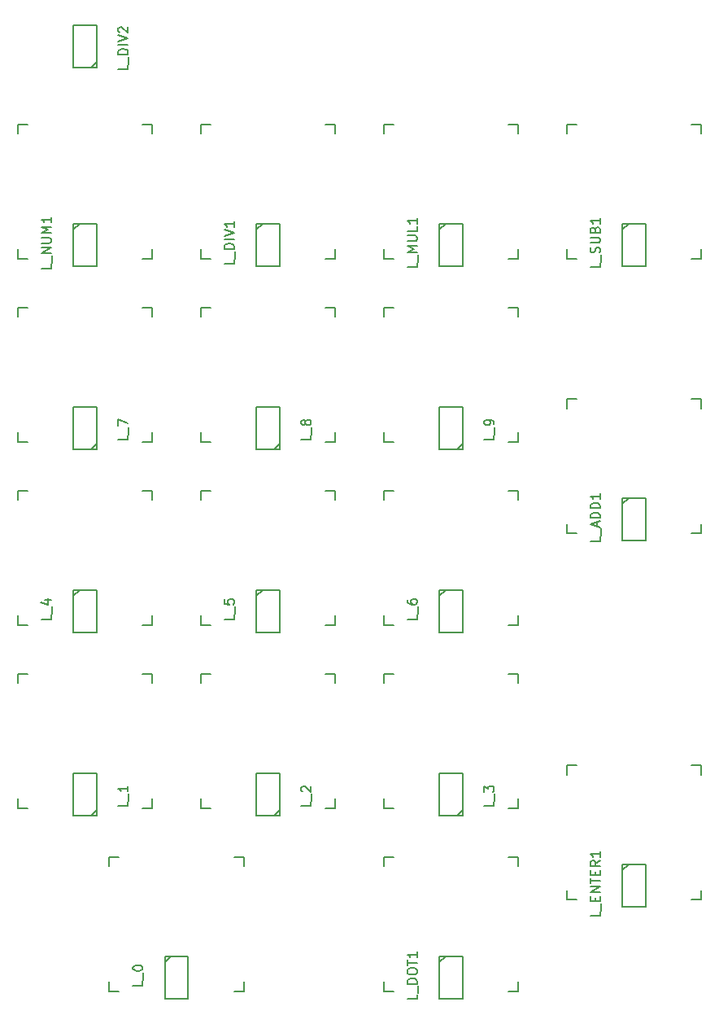
<source format=gto>
G04 #@! TF.GenerationSoftware,KiCad,Pcbnew,(5.1.10)-1*
G04 #@! TF.CreationDate,2023-01-23T12:40:00+01:00*
G04 #@! TF.ProjectId,numpad,6e756d70-6164-42e6-9b69-6361645f7063,rev?*
G04 #@! TF.SameCoordinates,Original*
G04 #@! TF.FileFunction,Legend,Top*
G04 #@! TF.FilePolarity,Positive*
%FSLAX46Y46*%
G04 Gerber Fmt 4.6, Leading zero omitted, Abs format (unit mm)*
G04 Created by KiCad (PCBNEW (5.1.10)-1) date 2023-01-23 12:40:00*
%MOMM*%
%LPD*%
G01*
G04 APERTURE LIST*
%ADD10C,0.150000*%
%ADD11C,1.701800*%
%ADD12C,3.987800*%
%ADD13C,3.000000*%
%ADD14R,1.800000X1.200000*%
%ADD15O,1.600000X1.600000*%
%ADD16R,1.600000X1.600000*%
%ADD17O,1.700000X1.700000*%
%ADD18R,1.700000X1.700000*%
G04 APERTURE END LIST*
D10*
X120793750Y-117825000D02*
X120793750Y-116825000D01*
X120793750Y-130825000D02*
X121793750Y-130825000D01*
X121793750Y-116825000D02*
X120793750Y-116825000D01*
X120793750Y-130825000D02*
X120793750Y-129825000D01*
X134793750Y-129825000D02*
X134793750Y-130825000D01*
X134793750Y-116825000D02*
X133793750Y-116825000D01*
X133793750Y-130825000D02*
X134793750Y-130825000D01*
X134793750Y-116825000D02*
X134793750Y-117825000D01*
X120793750Y-79725000D02*
X120793750Y-78725000D01*
X120793750Y-92725000D02*
X121793750Y-92725000D01*
X121793750Y-78725000D02*
X120793750Y-78725000D01*
X120793750Y-92725000D02*
X120793750Y-91725000D01*
X134793750Y-91725000D02*
X134793750Y-92725000D01*
X134793750Y-78725000D02*
X133793750Y-78725000D01*
X133793750Y-92725000D02*
X134793750Y-92725000D01*
X134793750Y-78725000D02*
X134793750Y-79725000D01*
X88493750Y-34743750D02*
X90893750Y-34743750D01*
X88493750Y-30343750D02*
X90893750Y-30343750D01*
X90893750Y-34343750D02*
X90893750Y-34743750D01*
X88493750Y-34743750D02*
X88493750Y-30343750D01*
X90893750Y-30343750D02*
X90893750Y-34343750D01*
X90293750Y-34743750D02*
X90893750Y-34143750D01*
X92218750Y-117825000D02*
X92218750Y-116825000D01*
X92218750Y-130825000D02*
X93218750Y-130825000D01*
X93218750Y-116825000D02*
X92218750Y-116825000D01*
X92218750Y-130825000D02*
X92218750Y-129825000D01*
X106218750Y-129825000D02*
X106218750Y-130825000D01*
X106218750Y-116825000D02*
X105218750Y-116825000D01*
X105218750Y-130825000D02*
X106218750Y-130825000D01*
X106218750Y-116825000D02*
X106218750Y-117825000D01*
X139843750Y-108300000D02*
X139843750Y-107300000D01*
X139843750Y-121300000D02*
X140843750Y-121300000D01*
X140843750Y-107300000D02*
X139843750Y-107300000D01*
X139843750Y-121300000D02*
X139843750Y-120300000D01*
X153843750Y-120300000D02*
X153843750Y-121300000D01*
X153843750Y-107300000D02*
X152843750Y-107300000D01*
X152843750Y-121300000D02*
X153843750Y-121300000D01*
X153843750Y-107300000D02*
X153843750Y-108300000D01*
X139843750Y-70200000D02*
X139843750Y-69200000D01*
X139843750Y-83200000D02*
X140843750Y-83200000D01*
X140843750Y-69200000D02*
X139843750Y-69200000D01*
X139843750Y-83200000D02*
X139843750Y-82200000D01*
X153843750Y-82200000D02*
X153843750Y-83200000D01*
X153843750Y-69200000D02*
X152843750Y-69200000D01*
X152843750Y-83200000D02*
X153843750Y-83200000D01*
X153843750Y-69200000D02*
X153843750Y-70200000D01*
X82693750Y-41625000D02*
X82693750Y-40625000D01*
X82693750Y-54625000D02*
X83693750Y-54625000D01*
X83693750Y-40625000D02*
X82693750Y-40625000D01*
X82693750Y-54625000D02*
X82693750Y-53625000D01*
X96693750Y-53625000D02*
X96693750Y-54625000D01*
X96693750Y-40625000D02*
X95693750Y-40625000D01*
X95693750Y-54625000D02*
X96693750Y-54625000D01*
X96693750Y-40625000D02*
X96693750Y-41625000D01*
X90893750Y-50981250D02*
X88493750Y-50981250D01*
X90893750Y-55381250D02*
X88493750Y-55381250D01*
X88493750Y-51381250D02*
X88493750Y-50981250D01*
X90893750Y-50981250D02*
X90893750Y-55381250D01*
X88493750Y-55381250D02*
X88493750Y-51381250D01*
X89093750Y-50981250D02*
X88493750Y-51581250D01*
X82693750Y-60675000D02*
X82693750Y-59675000D01*
X82693750Y-73675000D02*
X83693750Y-73675000D01*
X83693750Y-59675000D02*
X82693750Y-59675000D01*
X82693750Y-73675000D02*
X82693750Y-72675000D01*
X96693750Y-72675000D02*
X96693750Y-73675000D01*
X96693750Y-59675000D02*
X95693750Y-59675000D01*
X95693750Y-73675000D02*
X96693750Y-73675000D01*
X96693750Y-59675000D02*
X96693750Y-60675000D01*
X148043750Y-50981250D02*
X145643750Y-50981250D01*
X148043750Y-55381250D02*
X145643750Y-55381250D01*
X145643750Y-51381250D02*
X145643750Y-50981250D01*
X148043750Y-50981250D02*
X148043750Y-55381250D01*
X145643750Y-55381250D02*
X145643750Y-51381250D01*
X146243750Y-50981250D02*
X145643750Y-51581250D01*
X128993750Y-50981250D02*
X126593750Y-50981250D01*
X128993750Y-55381250D02*
X126593750Y-55381250D01*
X126593750Y-51381250D02*
X126593750Y-50981250D01*
X128993750Y-50981250D02*
X128993750Y-55381250D01*
X126593750Y-55381250D02*
X126593750Y-51381250D01*
X127193750Y-50981250D02*
X126593750Y-51581250D01*
X148043750Y-117656250D02*
X145643750Y-117656250D01*
X148043750Y-122056250D02*
X145643750Y-122056250D01*
X145643750Y-118056250D02*
X145643750Y-117656250D01*
X148043750Y-117656250D02*
X148043750Y-122056250D01*
X145643750Y-122056250D02*
X145643750Y-118056250D01*
X146243750Y-117656250D02*
X145643750Y-118256250D01*
X128993750Y-127181250D02*
X126593750Y-127181250D01*
X128993750Y-131581250D02*
X126593750Y-131581250D01*
X126593750Y-127581250D02*
X126593750Y-127181250D01*
X128993750Y-127181250D02*
X128993750Y-131581250D01*
X126593750Y-131581250D02*
X126593750Y-127581250D01*
X127193750Y-127181250D02*
X126593750Y-127781250D01*
X109943750Y-50981250D02*
X107543750Y-50981250D01*
X109943750Y-55381250D02*
X107543750Y-55381250D01*
X107543750Y-51381250D02*
X107543750Y-50981250D01*
X109943750Y-50981250D02*
X109943750Y-55381250D01*
X107543750Y-55381250D02*
X107543750Y-51381250D01*
X108143750Y-50981250D02*
X107543750Y-51581250D01*
X148043750Y-79556250D02*
X145643750Y-79556250D01*
X148043750Y-83956250D02*
X145643750Y-83956250D01*
X145643750Y-79956250D02*
X145643750Y-79556250D01*
X148043750Y-79556250D02*
X148043750Y-83956250D01*
X145643750Y-83956250D02*
X145643750Y-79956250D01*
X146243750Y-79556250D02*
X145643750Y-80156250D01*
X126593750Y-74431250D02*
X128993750Y-74431250D01*
X126593750Y-70031250D02*
X128993750Y-70031250D01*
X128993750Y-74031250D02*
X128993750Y-74431250D01*
X126593750Y-74431250D02*
X126593750Y-70031250D01*
X128993750Y-70031250D02*
X128993750Y-74031250D01*
X128393750Y-74431250D02*
X128993750Y-73831250D01*
X107543750Y-74431250D02*
X109943750Y-74431250D01*
X107543750Y-70031250D02*
X109943750Y-70031250D01*
X109943750Y-74031250D02*
X109943750Y-74431250D01*
X107543750Y-74431250D02*
X107543750Y-70031250D01*
X109943750Y-70031250D02*
X109943750Y-74031250D01*
X109343750Y-74431250D02*
X109943750Y-73831250D01*
X88493750Y-74431250D02*
X90893750Y-74431250D01*
X88493750Y-70031250D02*
X90893750Y-70031250D01*
X90893750Y-74031250D02*
X90893750Y-74431250D01*
X88493750Y-74431250D02*
X88493750Y-70031250D01*
X90893750Y-70031250D02*
X90893750Y-74031250D01*
X90293750Y-74431250D02*
X90893750Y-73831250D01*
X128993750Y-89081250D02*
X126593750Y-89081250D01*
X128993750Y-93481250D02*
X126593750Y-93481250D01*
X126593750Y-89481250D02*
X126593750Y-89081250D01*
X128993750Y-89081250D02*
X128993750Y-93481250D01*
X126593750Y-93481250D02*
X126593750Y-89481250D01*
X127193750Y-89081250D02*
X126593750Y-89681250D01*
X109943750Y-89081250D02*
X107543750Y-89081250D01*
X109943750Y-93481250D02*
X107543750Y-93481250D01*
X107543750Y-89481250D02*
X107543750Y-89081250D01*
X109943750Y-89081250D02*
X109943750Y-93481250D01*
X107543750Y-93481250D02*
X107543750Y-89481250D01*
X108143750Y-89081250D02*
X107543750Y-89681250D01*
X90893750Y-89081250D02*
X88493750Y-89081250D01*
X90893750Y-93481250D02*
X88493750Y-93481250D01*
X88493750Y-89481250D02*
X88493750Y-89081250D01*
X90893750Y-89081250D02*
X90893750Y-93481250D01*
X88493750Y-93481250D02*
X88493750Y-89481250D01*
X89093750Y-89081250D02*
X88493750Y-89681250D01*
X126593750Y-112531250D02*
X128993750Y-112531250D01*
X126593750Y-108131250D02*
X128993750Y-108131250D01*
X128993750Y-112131250D02*
X128993750Y-112531250D01*
X126593750Y-112531250D02*
X126593750Y-108131250D01*
X128993750Y-108131250D02*
X128993750Y-112131250D01*
X128393750Y-112531250D02*
X128993750Y-111931250D01*
X107543750Y-112531250D02*
X109943750Y-112531250D01*
X107543750Y-108131250D02*
X109943750Y-108131250D01*
X109943750Y-112131250D02*
X109943750Y-112531250D01*
X107543750Y-112531250D02*
X107543750Y-108131250D01*
X109943750Y-108131250D02*
X109943750Y-112131250D01*
X109343750Y-112531250D02*
X109943750Y-111931250D01*
X88493750Y-112531250D02*
X90893750Y-112531250D01*
X88493750Y-108131250D02*
X90893750Y-108131250D01*
X90893750Y-112131250D02*
X90893750Y-112531250D01*
X88493750Y-112531250D02*
X88493750Y-108131250D01*
X90893750Y-108131250D02*
X90893750Y-112131250D01*
X90293750Y-112531250D02*
X90893750Y-111931250D01*
X100418750Y-127181250D02*
X98018750Y-127181250D01*
X100418750Y-131581250D02*
X98018750Y-131581250D01*
X98018750Y-127581250D02*
X98018750Y-127181250D01*
X100418750Y-127181250D02*
X100418750Y-131581250D01*
X98018750Y-131581250D02*
X98018750Y-127581250D01*
X98618750Y-127181250D02*
X98018750Y-127781250D01*
X139843750Y-41625000D02*
X139843750Y-40625000D01*
X139843750Y-54625000D02*
X140843750Y-54625000D01*
X140843750Y-40625000D02*
X139843750Y-40625000D01*
X139843750Y-54625000D02*
X139843750Y-53625000D01*
X153843750Y-53625000D02*
X153843750Y-54625000D01*
X153843750Y-40625000D02*
X152843750Y-40625000D01*
X152843750Y-54625000D02*
X153843750Y-54625000D01*
X153843750Y-40625000D02*
X153843750Y-41625000D01*
X120793750Y-41625000D02*
X120793750Y-40625000D01*
X120793750Y-54625000D02*
X121793750Y-54625000D01*
X121793750Y-40625000D02*
X120793750Y-40625000D01*
X120793750Y-54625000D02*
X120793750Y-53625000D01*
X134793750Y-53625000D02*
X134793750Y-54625000D01*
X134793750Y-40625000D02*
X133793750Y-40625000D01*
X133793750Y-54625000D02*
X134793750Y-54625000D01*
X134793750Y-40625000D02*
X134793750Y-41625000D01*
X101743750Y-41625000D02*
X101743750Y-40625000D01*
X101743750Y-54625000D02*
X102743750Y-54625000D01*
X102743750Y-40625000D02*
X101743750Y-40625000D01*
X101743750Y-54625000D02*
X101743750Y-53625000D01*
X115743750Y-53625000D02*
X115743750Y-54625000D01*
X115743750Y-40625000D02*
X114743750Y-40625000D01*
X114743750Y-54625000D02*
X115743750Y-54625000D01*
X115743750Y-40625000D02*
X115743750Y-41625000D01*
X120793750Y-60675000D02*
X120793750Y-59675000D01*
X120793750Y-73675000D02*
X121793750Y-73675000D01*
X121793750Y-59675000D02*
X120793750Y-59675000D01*
X120793750Y-73675000D02*
X120793750Y-72675000D01*
X134793750Y-72675000D02*
X134793750Y-73675000D01*
X134793750Y-59675000D02*
X133793750Y-59675000D01*
X133793750Y-73675000D02*
X134793750Y-73675000D01*
X134793750Y-59675000D02*
X134793750Y-60675000D01*
X101743750Y-60675000D02*
X101743750Y-59675000D01*
X101743750Y-73675000D02*
X102743750Y-73675000D01*
X102743750Y-59675000D02*
X101743750Y-59675000D01*
X101743750Y-73675000D02*
X101743750Y-72675000D01*
X115743750Y-72675000D02*
X115743750Y-73675000D01*
X115743750Y-59675000D02*
X114743750Y-59675000D01*
X114743750Y-73675000D02*
X115743750Y-73675000D01*
X115743750Y-59675000D02*
X115743750Y-60675000D01*
X101743750Y-79725000D02*
X101743750Y-78725000D01*
X101743750Y-92725000D02*
X102743750Y-92725000D01*
X102743750Y-78725000D02*
X101743750Y-78725000D01*
X101743750Y-92725000D02*
X101743750Y-91725000D01*
X115743750Y-91725000D02*
X115743750Y-92725000D01*
X115743750Y-78725000D02*
X114743750Y-78725000D01*
X114743750Y-92725000D02*
X115743750Y-92725000D01*
X115743750Y-78725000D02*
X115743750Y-79725000D01*
X82693750Y-79725000D02*
X82693750Y-78725000D01*
X82693750Y-92725000D02*
X83693750Y-92725000D01*
X83693750Y-78725000D02*
X82693750Y-78725000D01*
X82693750Y-92725000D02*
X82693750Y-91725000D01*
X96693750Y-91725000D02*
X96693750Y-92725000D01*
X96693750Y-78725000D02*
X95693750Y-78725000D01*
X95693750Y-92725000D02*
X96693750Y-92725000D01*
X96693750Y-78725000D02*
X96693750Y-79725000D01*
X120793750Y-98775000D02*
X120793750Y-97775000D01*
X120793750Y-111775000D02*
X121793750Y-111775000D01*
X121793750Y-97775000D02*
X120793750Y-97775000D01*
X120793750Y-111775000D02*
X120793750Y-110775000D01*
X134793750Y-110775000D02*
X134793750Y-111775000D01*
X134793750Y-97775000D02*
X133793750Y-97775000D01*
X133793750Y-111775000D02*
X134793750Y-111775000D01*
X134793750Y-97775000D02*
X134793750Y-98775000D01*
X101743750Y-98775000D02*
X101743750Y-97775000D01*
X101743750Y-111775000D02*
X102743750Y-111775000D01*
X102743750Y-97775000D02*
X101743750Y-97775000D01*
X101743750Y-111775000D02*
X101743750Y-110775000D01*
X115743750Y-110775000D02*
X115743750Y-111775000D01*
X115743750Y-97775000D02*
X114743750Y-97775000D01*
X114743750Y-111775000D02*
X115743750Y-111775000D01*
X115743750Y-97775000D02*
X115743750Y-98775000D01*
X82693750Y-98775000D02*
X82693750Y-97775000D01*
X82693750Y-111775000D02*
X83693750Y-111775000D01*
X83693750Y-97775000D02*
X82693750Y-97775000D01*
X82693750Y-111775000D02*
X82693750Y-110775000D01*
X96693750Y-110775000D02*
X96693750Y-111775000D01*
X96693750Y-97775000D02*
X95693750Y-97775000D01*
X95693750Y-111775000D02*
X96693750Y-111775000D01*
X96693750Y-97775000D02*
X96693750Y-98775000D01*
X94146130Y-34458035D02*
X94146130Y-34934226D01*
X93146130Y-34934226D01*
X94241369Y-34362797D02*
X94241369Y-33600892D01*
X94146130Y-33362797D02*
X93146130Y-33362797D01*
X93146130Y-33124702D01*
X93193750Y-32981845D01*
X93288988Y-32886607D01*
X93384226Y-32838988D01*
X93574702Y-32791369D01*
X93717559Y-32791369D01*
X93908035Y-32838988D01*
X94003273Y-32886607D01*
X94098511Y-32981845D01*
X94146130Y-33124702D01*
X94146130Y-33362797D01*
X94146130Y-32362797D02*
X93146130Y-32362797D01*
X93146130Y-32029464D02*
X94146130Y-31696130D01*
X93146130Y-31362797D01*
X93241369Y-31077083D02*
X93193750Y-31029464D01*
X93146130Y-30934226D01*
X93146130Y-30696130D01*
X93193750Y-30600892D01*
X93241369Y-30553273D01*
X93336607Y-30505654D01*
X93431845Y-30505654D01*
X93574702Y-30553273D01*
X94146130Y-31124702D01*
X94146130Y-30505654D01*
X86146130Y-55147916D02*
X86146130Y-55624107D01*
X85146130Y-55624107D01*
X86241369Y-55052678D02*
X86241369Y-54290773D01*
X86146130Y-54052678D02*
X85146130Y-54052678D01*
X86146130Y-53481250D01*
X85146130Y-53481250D01*
X85146130Y-53005059D02*
X85955654Y-53005059D01*
X86050892Y-52957440D01*
X86098511Y-52909821D01*
X86146130Y-52814583D01*
X86146130Y-52624107D01*
X86098511Y-52528869D01*
X86050892Y-52481250D01*
X85955654Y-52433630D01*
X85146130Y-52433630D01*
X86146130Y-51957440D02*
X85146130Y-51957440D01*
X85860416Y-51624107D01*
X85146130Y-51290773D01*
X86146130Y-51290773D01*
X86146130Y-50290773D02*
X86146130Y-50862202D01*
X86146130Y-50576488D02*
X85146130Y-50576488D01*
X85288988Y-50671726D01*
X85384226Y-50766964D01*
X85431845Y-50862202D01*
X143296130Y-55028869D02*
X143296130Y-55505059D01*
X142296130Y-55505059D01*
X143391369Y-54933630D02*
X143391369Y-54171726D01*
X143248511Y-53981250D02*
X143296130Y-53838392D01*
X143296130Y-53600297D01*
X143248511Y-53505059D01*
X143200892Y-53457440D01*
X143105654Y-53409821D01*
X143010416Y-53409821D01*
X142915178Y-53457440D01*
X142867559Y-53505059D01*
X142819940Y-53600297D01*
X142772321Y-53790773D01*
X142724702Y-53886011D01*
X142677083Y-53933630D01*
X142581845Y-53981250D01*
X142486607Y-53981250D01*
X142391369Y-53933630D01*
X142343750Y-53886011D01*
X142296130Y-53790773D01*
X142296130Y-53552678D01*
X142343750Y-53409821D01*
X142296130Y-52981250D02*
X143105654Y-52981250D01*
X143200892Y-52933630D01*
X143248511Y-52886011D01*
X143296130Y-52790773D01*
X143296130Y-52600297D01*
X143248511Y-52505059D01*
X143200892Y-52457440D01*
X143105654Y-52409821D01*
X142296130Y-52409821D01*
X142772321Y-51600297D02*
X142819940Y-51457440D01*
X142867559Y-51409821D01*
X142962797Y-51362202D01*
X143105654Y-51362202D01*
X143200892Y-51409821D01*
X143248511Y-51457440D01*
X143296130Y-51552678D01*
X143296130Y-51933630D01*
X142296130Y-51933630D01*
X142296130Y-51600297D01*
X142343750Y-51505059D01*
X142391369Y-51457440D01*
X142486607Y-51409821D01*
X142581845Y-51409821D01*
X142677083Y-51457440D01*
X142724702Y-51505059D01*
X142772321Y-51600297D01*
X142772321Y-51933630D01*
X143296130Y-50409821D02*
X143296130Y-50981250D01*
X143296130Y-50695535D02*
X142296130Y-50695535D01*
X142438988Y-50790773D01*
X142534226Y-50886011D01*
X142581845Y-50981250D01*
X124246130Y-55028869D02*
X124246130Y-55505059D01*
X123246130Y-55505059D01*
X124341369Y-54933630D02*
X124341369Y-54171726D01*
X124246130Y-53933630D02*
X123246130Y-53933630D01*
X123960416Y-53600297D01*
X123246130Y-53266964D01*
X124246130Y-53266964D01*
X123246130Y-52790773D02*
X124055654Y-52790773D01*
X124150892Y-52743154D01*
X124198511Y-52695535D01*
X124246130Y-52600297D01*
X124246130Y-52409821D01*
X124198511Y-52314583D01*
X124150892Y-52266964D01*
X124055654Y-52219345D01*
X123246130Y-52219345D01*
X124246130Y-51266964D02*
X124246130Y-51743154D01*
X123246130Y-51743154D01*
X124246130Y-50409821D02*
X124246130Y-50981250D01*
X124246130Y-50695535D02*
X123246130Y-50695535D01*
X123388988Y-50790773D01*
X123484226Y-50886011D01*
X123531845Y-50981250D01*
X143296130Y-122513392D02*
X143296130Y-122989583D01*
X142296130Y-122989583D01*
X143391369Y-122418154D02*
X143391369Y-121656250D01*
X142772321Y-121418154D02*
X142772321Y-121084821D01*
X143296130Y-120941964D02*
X143296130Y-121418154D01*
X142296130Y-121418154D01*
X142296130Y-120941964D01*
X143296130Y-120513392D02*
X142296130Y-120513392D01*
X143296130Y-119941964D01*
X142296130Y-119941964D01*
X142296130Y-119608630D02*
X142296130Y-119037202D01*
X143296130Y-119322916D02*
X142296130Y-119322916D01*
X142772321Y-118703869D02*
X142772321Y-118370535D01*
X143296130Y-118227678D02*
X143296130Y-118703869D01*
X142296130Y-118703869D01*
X142296130Y-118227678D01*
X143296130Y-117227678D02*
X142819940Y-117561011D01*
X143296130Y-117799107D02*
X142296130Y-117799107D01*
X142296130Y-117418154D01*
X142343750Y-117322916D01*
X142391369Y-117275297D01*
X142486607Y-117227678D01*
X142629464Y-117227678D01*
X142724702Y-117275297D01*
X142772321Y-117322916D01*
X142819940Y-117418154D01*
X142819940Y-117799107D01*
X143296130Y-116275297D02*
X143296130Y-116846726D01*
X143296130Y-116561011D02*
X142296130Y-116561011D01*
X142438988Y-116656250D01*
X142534226Y-116751488D01*
X142581845Y-116846726D01*
X124246130Y-131133630D02*
X124246130Y-131609821D01*
X123246130Y-131609821D01*
X124341369Y-131038392D02*
X124341369Y-130276488D01*
X124246130Y-130038392D02*
X123246130Y-130038392D01*
X123246130Y-129800297D01*
X123293750Y-129657440D01*
X123388988Y-129562202D01*
X123484226Y-129514583D01*
X123674702Y-129466964D01*
X123817559Y-129466964D01*
X124008035Y-129514583D01*
X124103273Y-129562202D01*
X124198511Y-129657440D01*
X124246130Y-129800297D01*
X124246130Y-130038392D01*
X123246130Y-128847916D02*
X123246130Y-128657440D01*
X123293750Y-128562202D01*
X123388988Y-128466964D01*
X123579464Y-128419345D01*
X123912797Y-128419345D01*
X124103273Y-128466964D01*
X124198511Y-128562202D01*
X124246130Y-128657440D01*
X124246130Y-128847916D01*
X124198511Y-128943154D01*
X124103273Y-129038392D01*
X123912797Y-129086011D01*
X123579464Y-129086011D01*
X123388988Y-129038392D01*
X123293750Y-128943154D01*
X123246130Y-128847916D01*
X123246130Y-128133630D02*
X123246130Y-127562202D01*
X124246130Y-127847916D02*
X123246130Y-127847916D01*
X124246130Y-126705059D02*
X124246130Y-127276488D01*
X124246130Y-126990773D02*
X123246130Y-126990773D01*
X123388988Y-127086011D01*
X123484226Y-127181250D01*
X123531845Y-127276488D01*
X105196130Y-54695535D02*
X105196130Y-55171726D01*
X104196130Y-55171726D01*
X105291369Y-54600297D02*
X105291369Y-53838392D01*
X105196130Y-53600297D02*
X104196130Y-53600297D01*
X104196130Y-53362202D01*
X104243750Y-53219345D01*
X104338988Y-53124107D01*
X104434226Y-53076488D01*
X104624702Y-53028869D01*
X104767559Y-53028869D01*
X104958035Y-53076488D01*
X105053273Y-53124107D01*
X105148511Y-53219345D01*
X105196130Y-53362202D01*
X105196130Y-53600297D01*
X105196130Y-52600297D02*
X104196130Y-52600297D01*
X104196130Y-52266964D02*
X105196130Y-51933630D01*
X104196130Y-51600297D01*
X105196130Y-50743154D02*
X105196130Y-51314583D01*
X105196130Y-51028869D02*
X104196130Y-51028869D01*
X104338988Y-51124107D01*
X104434226Y-51219345D01*
X104481845Y-51314583D01*
X143296130Y-83532440D02*
X143296130Y-84008630D01*
X142296130Y-84008630D01*
X143391369Y-83437202D02*
X143391369Y-82675297D01*
X143010416Y-82484821D02*
X143010416Y-82008630D01*
X143296130Y-82580059D02*
X142296130Y-82246726D01*
X143296130Y-81913392D01*
X143296130Y-81580059D02*
X142296130Y-81580059D01*
X142296130Y-81341964D01*
X142343750Y-81199107D01*
X142438988Y-81103869D01*
X142534226Y-81056250D01*
X142724702Y-81008630D01*
X142867559Y-81008630D01*
X143058035Y-81056250D01*
X143153273Y-81103869D01*
X143248511Y-81199107D01*
X143296130Y-81341964D01*
X143296130Y-81580059D01*
X143296130Y-80580059D02*
X142296130Y-80580059D01*
X142296130Y-80341964D01*
X142343750Y-80199107D01*
X142438988Y-80103869D01*
X142534226Y-80056250D01*
X142724702Y-80008630D01*
X142867559Y-80008630D01*
X143058035Y-80056250D01*
X143153273Y-80103869D01*
X143248511Y-80199107D01*
X143296130Y-80341964D01*
X143296130Y-80580059D01*
X143296130Y-79056250D02*
X143296130Y-79627678D01*
X143296130Y-79341964D02*
X142296130Y-79341964D01*
X142438988Y-79437202D01*
X142534226Y-79532440D01*
X142581845Y-79627678D01*
X132246130Y-72978869D02*
X132246130Y-73455059D01*
X131246130Y-73455059D01*
X132341369Y-72883630D02*
X132341369Y-72121726D01*
X132246130Y-71836011D02*
X132246130Y-71645535D01*
X132198511Y-71550297D01*
X132150892Y-71502678D01*
X132008035Y-71407440D01*
X131817559Y-71359821D01*
X131436607Y-71359821D01*
X131341369Y-71407440D01*
X131293750Y-71455059D01*
X131246130Y-71550297D01*
X131246130Y-71740773D01*
X131293750Y-71836011D01*
X131341369Y-71883630D01*
X131436607Y-71931250D01*
X131674702Y-71931250D01*
X131769940Y-71883630D01*
X131817559Y-71836011D01*
X131865178Y-71740773D01*
X131865178Y-71550297D01*
X131817559Y-71455059D01*
X131769940Y-71407440D01*
X131674702Y-71359821D01*
X113196130Y-72978869D02*
X113196130Y-73455059D01*
X112196130Y-73455059D01*
X113291369Y-72883630D02*
X113291369Y-72121726D01*
X112624702Y-71740773D02*
X112577083Y-71836011D01*
X112529464Y-71883630D01*
X112434226Y-71931250D01*
X112386607Y-71931250D01*
X112291369Y-71883630D01*
X112243750Y-71836011D01*
X112196130Y-71740773D01*
X112196130Y-71550297D01*
X112243750Y-71455059D01*
X112291369Y-71407440D01*
X112386607Y-71359821D01*
X112434226Y-71359821D01*
X112529464Y-71407440D01*
X112577083Y-71455059D01*
X112624702Y-71550297D01*
X112624702Y-71740773D01*
X112672321Y-71836011D01*
X112719940Y-71883630D01*
X112815178Y-71931250D01*
X113005654Y-71931250D01*
X113100892Y-71883630D01*
X113148511Y-71836011D01*
X113196130Y-71740773D01*
X113196130Y-71550297D01*
X113148511Y-71455059D01*
X113100892Y-71407440D01*
X113005654Y-71359821D01*
X112815178Y-71359821D01*
X112719940Y-71407440D01*
X112672321Y-71455059D01*
X112624702Y-71550297D01*
X94146130Y-72978869D02*
X94146130Y-73455059D01*
X93146130Y-73455059D01*
X94241369Y-72883630D02*
X94241369Y-72121726D01*
X93146130Y-71978869D02*
X93146130Y-71312202D01*
X94146130Y-71740773D01*
X124246130Y-91628869D02*
X124246130Y-92105059D01*
X123246130Y-92105059D01*
X124341369Y-91533630D02*
X124341369Y-90771726D01*
X123246130Y-90105059D02*
X123246130Y-90295535D01*
X123293750Y-90390773D01*
X123341369Y-90438392D01*
X123484226Y-90533630D01*
X123674702Y-90581250D01*
X124055654Y-90581250D01*
X124150892Y-90533630D01*
X124198511Y-90486011D01*
X124246130Y-90390773D01*
X124246130Y-90200297D01*
X124198511Y-90105059D01*
X124150892Y-90057440D01*
X124055654Y-90009821D01*
X123817559Y-90009821D01*
X123722321Y-90057440D01*
X123674702Y-90105059D01*
X123627083Y-90200297D01*
X123627083Y-90390773D01*
X123674702Y-90486011D01*
X123722321Y-90533630D01*
X123817559Y-90581250D01*
X105196130Y-91628869D02*
X105196130Y-92105059D01*
X104196130Y-92105059D01*
X105291369Y-91533630D02*
X105291369Y-90771726D01*
X104196130Y-90057440D02*
X104196130Y-90533630D01*
X104672321Y-90581250D01*
X104624702Y-90533630D01*
X104577083Y-90438392D01*
X104577083Y-90200297D01*
X104624702Y-90105059D01*
X104672321Y-90057440D01*
X104767559Y-90009821D01*
X105005654Y-90009821D01*
X105100892Y-90057440D01*
X105148511Y-90105059D01*
X105196130Y-90200297D01*
X105196130Y-90438392D01*
X105148511Y-90533630D01*
X105100892Y-90581250D01*
X86146130Y-91628869D02*
X86146130Y-92105059D01*
X85146130Y-92105059D01*
X86241369Y-91533630D02*
X86241369Y-90771726D01*
X85479464Y-90105059D02*
X86146130Y-90105059D01*
X85098511Y-90343154D02*
X85812797Y-90581250D01*
X85812797Y-89962202D01*
X132246130Y-111078869D02*
X132246130Y-111555059D01*
X131246130Y-111555059D01*
X132341369Y-110983630D02*
X132341369Y-110221726D01*
X131246130Y-110078869D02*
X131246130Y-109459821D01*
X131627083Y-109793154D01*
X131627083Y-109650297D01*
X131674702Y-109555059D01*
X131722321Y-109507440D01*
X131817559Y-109459821D01*
X132055654Y-109459821D01*
X132150892Y-109507440D01*
X132198511Y-109555059D01*
X132246130Y-109650297D01*
X132246130Y-109936011D01*
X132198511Y-110031250D01*
X132150892Y-110078869D01*
X113196130Y-111078869D02*
X113196130Y-111555059D01*
X112196130Y-111555059D01*
X113291369Y-110983630D02*
X113291369Y-110221726D01*
X112291369Y-110031250D02*
X112243750Y-109983630D01*
X112196130Y-109888392D01*
X112196130Y-109650297D01*
X112243750Y-109555059D01*
X112291369Y-109507440D01*
X112386607Y-109459821D01*
X112481845Y-109459821D01*
X112624702Y-109507440D01*
X113196130Y-110078869D01*
X113196130Y-109459821D01*
X94146130Y-111078869D02*
X94146130Y-111555059D01*
X93146130Y-111555059D01*
X94241369Y-110983630D02*
X94241369Y-110221726D01*
X94146130Y-109459821D02*
X94146130Y-110031250D01*
X94146130Y-109745535D02*
X93146130Y-109745535D01*
X93288988Y-109840773D01*
X93384226Y-109936011D01*
X93431845Y-110031250D01*
X95671130Y-129728869D02*
X95671130Y-130205059D01*
X94671130Y-130205059D01*
X95766369Y-129633630D02*
X95766369Y-128871726D01*
X94671130Y-128443154D02*
X94671130Y-128347916D01*
X94718750Y-128252678D01*
X94766369Y-128205059D01*
X94861607Y-128157440D01*
X95052083Y-128109821D01*
X95290178Y-128109821D01*
X95480654Y-128157440D01*
X95575892Y-128205059D01*
X95623511Y-128252678D01*
X95671130Y-128347916D01*
X95671130Y-128443154D01*
X95623511Y-128538392D01*
X95575892Y-128586011D01*
X95480654Y-128633630D01*
X95290178Y-128681250D01*
X95052083Y-128681250D01*
X94861607Y-128633630D01*
X94766369Y-128586011D01*
X94718750Y-128538392D01*
X94671130Y-128443154D01*
%LPC*%
D11*
X122713750Y-123825000D03*
X132873750Y-123825000D03*
D12*
X127793750Y-123825000D03*
D13*
X123983750Y-121285000D03*
X130333750Y-118745000D03*
D11*
X122713750Y-85725000D03*
X132873750Y-85725000D03*
D12*
X127793750Y-85725000D03*
D13*
X123983750Y-83185000D03*
X130333750Y-80645000D03*
D14*
X87293750Y-34143750D03*
X92093750Y-34143750D03*
X92093750Y-32543750D03*
X87293750Y-32543750D03*
X87293750Y-30943750D03*
X92093750Y-30943750D03*
D11*
X94138750Y-123825000D03*
X104298750Y-123825000D03*
D12*
X99218750Y-123825000D03*
D13*
X95408750Y-121285000D03*
X101758750Y-118745000D03*
D11*
X141763750Y-114300000D03*
X151923750Y-114300000D03*
D12*
X146843750Y-114300000D03*
D13*
X143033750Y-111760000D03*
X149383750Y-109220000D03*
D11*
X141763750Y-76200000D03*
X151923750Y-76200000D03*
D12*
X146843750Y-76200000D03*
D13*
X143033750Y-73660000D03*
X149383750Y-71120000D03*
D11*
X84613750Y-47625000D03*
X94773750Y-47625000D03*
D12*
X89693750Y-47625000D03*
D13*
X85883750Y-45085000D03*
X92233750Y-42545000D03*
D15*
X100806250Y-112395000D03*
D16*
X100806250Y-104775000D03*
D14*
X92093750Y-51581250D03*
X87293750Y-51581250D03*
X87293750Y-53181250D03*
X92093750Y-53181250D03*
X92093750Y-54781250D03*
X87293750Y-54781250D03*
D11*
X84613750Y-66675000D03*
X94773750Y-66675000D03*
D12*
X89693750Y-66675000D03*
D13*
X85883750Y-64135000D03*
X92233750Y-61595000D03*
D17*
X65087500Y-72072500D03*
X65087500Y-74612500D03*
X65087500Y-77152500D03*
X65087500Y-79692500D03*
X65087500Y-82232500D03*
X65087500Y-84772500D03*
X65087500Y-87312500D03*
X65087500Y-89852500D03*
X65087500Y-92392500D03*
X65087500Y-94932500D03*
X65087500Y-97472500D03*
X65087500Y-100012500D03*
D18*
X65087500Y-102552500D03*
D17*
X159543750Y-114458750D03*
D18*
X159543750Y-111918750D03*
D15*
X138906250Y-55245000D03*
D16*
X138906250Y-47625000D03*
D15*
X81756250Y-55245000D03*
D16*
X81756250Y-47625000D03*
D15*
X119856250Y-55245000D03*
D16*
X119856250Y-47625000D03*
D15*
X138906250Y-121920000D03*
D16*
X138906250Y-114300000D03*
D15*
X119856250Y-131445000D03*
D16*
X119856250Y-123825000D03*
D15*
X100806250Y-55245000D03*
D16*
X100806250Y-47625000D03*
D15*
X138906250Y-83820000D03*
D16*
X138906250Y-76200000D03*
D15*
X119856250Y-74295000D03*
D16*
X119856250Y-66675000D03*
D15*
X100806250Y-74295000D03*
D16*
X100806250Y-66675000D03*
D15*
X81756250Y-74295000D03*
D16*
X81756250Y-66675000D03*
D15*
X119856250Y-93345000D03*
D16*
X119856250Y-85725000D03*
D15*
X100806250Y-93345000D03*
D16*
X100806250Y-85725000D03*
D15*
X81756250Y-93345000D03*
D16*
X81756250Y-85725000D03*
D15*
X119856250Y-112395000D03*
D16*
X119856250Y-104775000D03*
D15*
X81756250Y-112395000D03*
D16*
X81756250Y-104775000D03*
D15*
X91281250Y-131445000D03*
D16*
X91281250Y-123825000D03*
D14*
X149243750Y-51581250D03*
X144443750Y-51581250D03*
X144443750Y-53181250D03*
X149243750Y-53181250D03*
X149243750Y-54781250D03*
X144443750Y-54781250D03*
X130193750Y-51581250D03*
X125393750Y-51581250D03*
X125393750Y-53181250D03*
X130193750Y-53181250D03*
X130193750Y-54781250D03*
X125393750Y-54781250D03*
X149243750Y-118256250D03*
X144443750Y-118256250D03*
X144443750Y-119856250D03*
X149243750Y-119856250D03*
X149243750Y-121456250D03*
X144443750Y-121456250D03*
X130193750Y-127781250D03*
X125393750Y-127781250D03*
X125393750Y-129381250D03*
X130193750Y-129381250D03*
X130193750Y-130981250D03*
X125393750Y-130981250D03*
X111143750Y-51581250D03*
X106343750Y-51581250D03*
X106343750Y-53181250D03*
X111143750Y-53181250D03*
X111143750Y-54781250D03*
X106343750Y-54781250D03*
X149243750Y-80156250D03*
X144443750Y-80156250D03*
X144443750Y-81756250D03*
X149243750Y-81756250D03*
X149243750Y-83356250D03*
X144443750Y-83356250D03*
X125393750Y-73831250D03*
X130193750Y-73831250D03*
X130193750Y-72231250D03*
X125393750Y-72231250D03*
X125393750Y-70631250D03*
X130193750Y-70631250D03*
X106343750Y-73831250D03*
X111143750Y-73831250D03*
X111143750Y-72231250D03*
X106343750Y-72231250D03*
X106343750Y-70631250D03*
X111143750Y-70631250D03*
X87293750Y-73831250D03*
X92093750Y-73831250D03*
X92093750Y-72231250D03*
X87293750Y-72231250D03*
X87293750Y-70631250D03*
X92093750Y-70631250D03*
X130193750Y-89681250D03*
X125393750Y-89681250D03*
X125393750Y-91281250D03*
X130193750Y-91281250D03*
X130193750Y-92881250D03*
X125393750Y-92881250D03*
X111143750Y-89681250D03*
X106343750Y-89681250D03*
X106343750Y-91281250D03*
X111143750Y-91281250D03*
X111143750Y-92881250D03*
X106343750Y-92881250D03*
X92093750Y-89681250D03*
X87293750Y-89681250D03*
X87293750Y-91281250D03*
X92093750Y-91281250D03*
X92093750Y-92881250D03*
X87293750Y-92881250D03*
X125393750Y-111931250D03*
X130193750Y-111931250D03*
X130193750Y-110331250D03*
X125393750Y-110331250D03*
X125393750Y-108731250D03*
X130193750Y-108731250D03*
X106343750Y-111931250D03*
X111143750Y-111931250D03*
X111143750Y-110331250D03*
X106343750Y-110331250D03*
X106343750Y-108731250D03*
X111143750Y-108731250D03*
X87293750Y-111931250D03*
X92093750Y-111931250D03*
X92093750Y-110331250D03*
X87293750Y-110331250D03*
X87293750Y-108731250D03*
X92093750Y-108731250D03*
X101618750Y-127781250D03*
X96818750Y-127781250D03*
X96818750Y-129381250D03*
X101618750Y-129381250D03*
X101618750Y-130981250D03*
X96818750Y-130981250D03*
D11*
X141763750Y-47625000D03*
X151923750Y-47625000D03*
D12*
X146843750Y-47625000D03*
D13*
X143033750Y-45085000D03*
X149383750Y-42545000D03*
D11*
X122713750Y-47625000D03*
X132873750Y-47625000D03*
D12*
X127793750Y-47625000D03*
D13*
X123983750Y-45085000D03*
X130333750Y-42545000D03*
D11*
X103663750Y-47625000D03*
X113823750Y-47625000D03*
D12*
X108743750Y-47625000D03*
D13*
X104933750Y-45085000D03*
X111283750Y-42545000D03*
D11*
X122713750Y-66675000D03*
X132873750Y-66675000D03*
D12*
X127793750Y-66675000D03*
D13*
X123983750Y-64135000D03*
X130333750Y-61595000D03*
D11*
X103663750Y-66675000D03*
X113823750Y-66675000D03*
D12*
X108743750Y-66675000D03*
D13*
X104933750Y-64135000D03*
X111283750Y-61595000D03*
D11*
X103663750Y-85725000D03*
X113823750Y-85725000D03*
D12*
X108743750Y-85725000D03*
D13*
X104933750Y-83185000D03*
X111283750Y-80645000D03*
D11*
X84613750Y-85725000D03*
X94773750Y-85725000D03*
D12*
X89693750Y-85725000D03*
D13*
X85883750Y-83185000D03*
X92233750Y-80645000D03*
D11*
X122713750Y-104775000D03*
X132873750Y-104775000D03*
D12*
X127793750Y-104775000D03*
D13*
X123983750Y-102235000D03*
X130333750Y-99695000D03*
D11*
X103663750Y-104775000D03*
X113823750Y-104775000D03*
D12*
X108743750Y-104775000D03*
D13*
X104933750Y-102235000D03*
X111283750Y-99695000D03*
D11*
X84613750Y-104775000D03*
X94773750Y-104775000D03*
D12*
X89693750Y-104775000D03*
D13*
X85883750Y-102235000D03*
X92233750Y-99695000D03*
M02*

</source>
